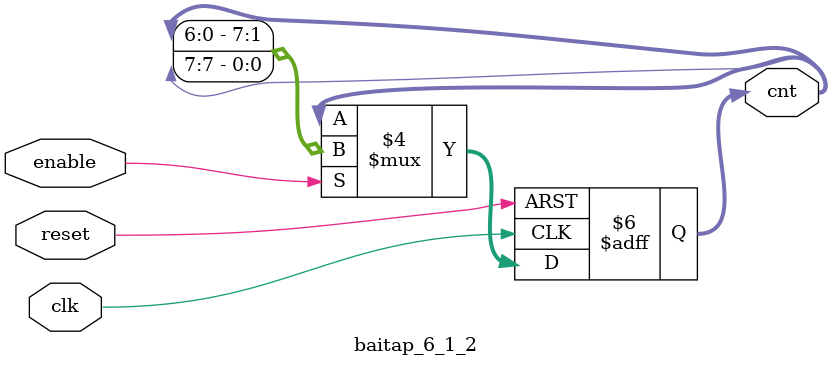
<source format=v>
module baitap_6_1_2(cnt,enable,clk,reset); 
	input enable, reset, clk;
	output reg [7:0] cnt;
	always @(posedge clk or negedge reset) begin
		if(!reset) begin
			cnt <= 8'b0000_0001;
		end else if(enable == 1'b1) begin
			cnt <= {cnt[6:0],cnt[7]};
		end
	end
endmodule
// ví dụ cnt đang là 0000_0001, sau một chu kỳ xung nhịp nó sẽ trở thành 0000_0010
</source>
